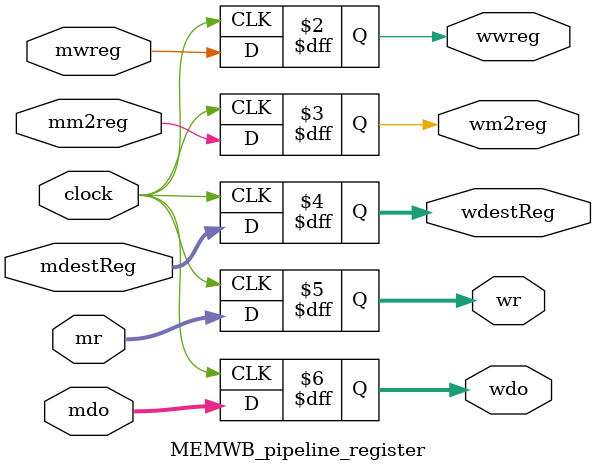
<source format=v>
`timescale 1ns / 1ps


module MEMWB_pipeline_register(
    input mwreg,
    input mm2reg,
    input [4:0] mdestReg,
    input [31:0] mr,
    input [31:0] mdo,
    input clock,
    output reg wwreg,
    output reg wm2reg,
    output reg [4:0] wdestReg,
    output reg [31:0] wr,
    output reg[31:0] wdo
    );
    always @(posedge clock) begin
        wwreg    <= mwreg;
        wm2reg   <= mm2reg;
        wdestReg <= mdestReg;
        wr       <= mr;
        wdo      <= mdo;
    end
    
    
endmodule

</source>
